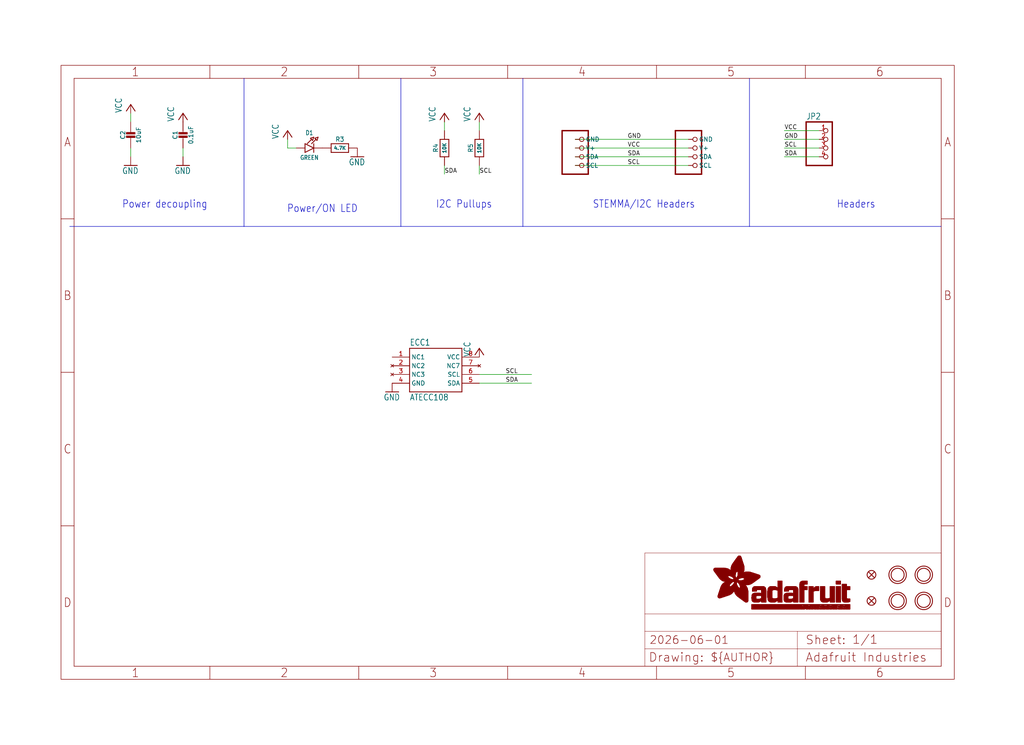
<source format=kicad_sch>
(kicad_sch (version 20230121) (generator eeschema)
  (paper "User" 298.45 217.322)
  (lib_symbols
    (symbol "working-eagle-import:ATECC108"
      (property "Reference" "ECC" (at -7.62 5.842 0))
      (symbol "ATECC108_1_0"
        (pin bidirectional line (at -12.7 2.54 0) (length 5.08) (name "NC1") (number "1"))
        (pin no_connect line (at -12.7 0 0) (length 5.08) (name "NC2") (number "2"))
        (pin no_connect line (at -12.7 -2.54 0) (length 5.08) (name "NC3") (number "3"))
        (pin power_in line (at -12.7 -5.08 0) (length 5.08) (name "GND") (number "4"))
        (pin bidirectional line (at 12.7 -5.08 180) (length 5.08) (name "SDA") (number "5"))
        (pin bidirectional line (at 12.7 -2.54 180) (length 5.08) (name "SCL") (number "6"))
        (pin no_connect line (at 12.7 0 180) (length 5.08) (name "NC7") (number "7"))
        (pin power_in line (at 12.7 2.54 180) (length 5.08) (name "VCC") (number "8"))
      )
    )
    (symbol "working-eagle-import:CAP_CERAMIC0603_NO"
      (property "Reference" "C" (at -2.29 1.25 90))
      (symbol "CAP_CERAMIC0603_NO_1_0"
        (pin passive line (at 0 5.08 270) (length 2.54) (name "1") (number "1"))
        (pin passive line (at 0 -2.54 90) (length 2.54) (name "2") (number "2"))
      )
    )
    (symbol "working-eagle-import:CAP_CERAMIC0805-NOOUTLINE"
      (property "Reference" "C" (at -2.29 1.25 90))
      (symbol "CAP_CERAMIC0805-NOOUTLINE_1_0"
        (pin passive line (at 0 5.08 270) (length 2.54) (name "1") (number "1"))
        (pin passive line (at 0 -2.54 90) (length 2.54) (name "2") (number "2"))
      )
    )
    (symbol "working-eagle-import:FIDUCIAL_1MM")
    (symbol "working-eagle-import:FRAME_A4_ADAFRUIT"
      (symbol "FRAME_A4_ADAFRUIT_1_0"
        (text "${#}/${##}" (at 230.505 10.16 0) (effects (font (size 2.54 2.54)) (justify left bottom)))
        (text "${AUTHOR}" (at 189.23 5.08 0) (effects (font (size 2.286 2.286)) (justify left bottom)))
        (text "${CURRENT_DATE}" (at 171.45 10.16 0) (effects (font (size 2.286 2.286)) (justify left bottom)))
        (text "${PROJECTNAME}" (at 171.45 15.24 0) (effects (font (size 2.54 2.54)) (justify left bottom)))
        (text "1" (at 21.6958 1.905 0) (effects (font (size 2.54 2.286))))
        (text "1" (at 21.6958 177.165 0) (effects (font (size 2.54 2.286))))
        (text "2" (at 65.0875 1.905 0) (effects (font (size 2.54 2.286))))
        (text "2" (at 65.0875 177.165 0) (effects (font (size 2.54 2.286))))
        (text "3" (at 108.4792 1.905 0) (effects (font (size 2.54 2.286))))
        (text "3" (at 108.4792 177.165 0) (effects (font (size 2.54 2.286))))
        (text "4" (at 151.8708 1.905 0) (effects (font (size 2.54 2.286))))
        (text "4" (at 151.8708 177.165 0) (effects (font (size 2.54 2.286))))
        (text "5" (at 195.2625 1.905 0) (effects (font (size 2.54 2.286))))
        (text "5" (at 195.2625 177.165 0) (effects (font (size 2.54 2.286))))
        (text "6" (at 238.6542 1.905 0) (effects (font (size 2.54 2.286))))
        (text "6" (at 238.6542 177.165 0) (effects (font (size 2.54 2.286))))
        (text "A" (at 1.905 156.6863 0) (effects (font (size 2.54 2.286))))
        (text "A" (at 258.445 156.6863 0) (effects (font (size 2.54 2.286))))
        (text "Adafruit Industries" (at 216.916 4.953 0) (effects (font (size 2.54 2.54)) (justify left bottom)))
        (text "B" (at 1.905 111.9188 0) (effects (font (size 2.54 2.286))))
        (text "B" (at 258.445 111.9188 0) (effects (font (size 2.54 2.286))))
        (text "C" (at 1.905 67.1513 0) (effects (font (size 2.54 2.286))))
        (text "C" (at 258.445 67.1513 0) (effects (font (size 2.54 2.286))))
        (text "D" (at 1.905 22.3838 0) (effects (font (size 2.54 2.286))))
        (text "D" (at 258.445 22.3838 0) (effects (font (size 2.54 2.286))))
        (text "Drawing:" (at 171.196 4.953 0) (effects (font (size 2.54 2.54)) (justify left bottom)))
        (text "Sheet:" (at 216.916 10.033 0) (effects (font (size 2.54 2.54)) (justify left bottom)))
      )
    )
    (symbol "working-eagle-import:GND" (power)
      (property "Value" "GND" (at -2.54 -2.54 0))
      (symbol "GND_1_0"
        (pin power_in line (at 0 2.54 270) (length 2.54) (name "GND") (number "1"))
      )
    )
    (symbol "working-eagle-import:HEADER-1X4ROUND"
      (property "Reference" "JP" (at -6.35 8.255 0))
      (symbol "HEADER-1X4ROUND_1_0"
        (pin passive inverted (at -2.54 5.08 0) (length 2.54) (name "1") (number "1"))
        (pin passive inverted (at -2.54 2.54 0) (length 2.54) (name "2") (number "2"))
        (pin passive inverted (at -2.54 0 0) (length 2.54) (name "3") (number "3"))
        (pin passive inverted (at -2.54 -2.54 0) (length 2.54) (name "4") (number "4"))
      )
    )
    (symbol "working-eagle-import:LED0603_NOOUTLINE"
      (property "Reference" "D" (at -1.27 4.445 0))
      (symbol "LED0603_NOOUTLINE_1_0"
        (pin passive line (at -5.08 0 0) (length 2.54) (name "A") (number "A"))
        (pin passive line (at 2.54 0 180) (length 2.54) (name "C") (number "C"))
      )
    )
    (symbol "working-eagle-import:MOUNTINGHOLE2.5")
    (symbol "working-eagle-import:RESISTOR_0603_NOOUT"
      (property "Reference" "R" (at 0 2.54 0))
      (symbol "RESISTOR_0603_NOOUT_1_0"
        (pin passive line (at -5.08 0 0) (length 2.54) (name "1") (number "1"))
        (pin passive line (at 5.08 0 180) (length 2.54) (name "2") (number "2"))
      )
    )
    (symbol "working-eagle-import:STEMMA_I2C_QT"
      (symbol "STEMMA_I2C_QT_1_0"
        (pin passive inverted (at 0 5.08 0) (length 2.54) (name "GND") (number "1"))
        (pin passive inverted (at 0 2.54 0) (length 2.54) (name "V+") (number "2"))
        (pin passive inverted (at 0 0 0) (length 2.54) (name "SDA") (number "3"))
        (pin passive inverted (at 0 -2.54 0) (length 2.54) (name "SCL") (number "4"))
      )
      (symbol "STEMMA_I2C_QT_2_0"
        (pin bidirectional line (at 0 0 0) (length 5.08) (name "MT") (number "MT1"))
      )
      (symbol "STEMMA_I2C_QT_3_0"
        (pin bidirectional line (at 0 0 0) (length 5.08) (name "MT") (number "MT2"))
      )
    )
    (symbol "working-eagle-import:VCC" (power)
      (property "Value" "VCC" (at -2.54 -2.54 90))
      (symbol "VCC_1_0"
        (pin power_in line (at 0 -2.54 90) (length 2.54) (name "VCC") (number "1"))
      )
    )
  )
  (wire (pts (xy 238.76 45.72) (xy 228.6 45.72)) (stroke (width 0.1524)))
  (wire (pts (xy 238.76 43.18) (xy 228.6 43.18)) (stroke (width 0.1524)))
  (wire (pts (xy 83.82 43.18) (xy 83.82 40.64)) (stroke (width 0.1524)))
  (wire (pts (xy 129.54 50.8) (xy 129.54 48.26)) (stroke (width 0.1524)))
  (wire (pts (xy 38.1 35.56) (xy 38.1 33.02)) (stroke (width 0.1524)))
  (wire (pts (xy 38.1 43.18) (xy 38.1 45.72)) (stroke (width 0.1524)))
  (wire (pts (xy 167.64 48.26) (xy 200.66 48.26)) (stroke (width 0.1524)))
  (polyline (pts (xy 218.44 22.86) (xy 218.44 66.04)) (stroke (width 0.1524) (type solid)))
  (polyline (pts (xy 218.44 66.04) (xy 274.32 66.04)) (stroke (width 0.1524) (type solid)))
  (wire (pts (xy 86.36 43.18) (xy 83.82 43.18)) (stroke (width 0.1524)))
  (polyline (pts (xy 20.32 66.04) (xy 71.12 66.04)) (stroke (width 0.1524) (type solid)))
  (wire (pts (xy 139.7 111.76) (xy 154.94 111.76)) (stroke (width 0.1524)))
  (wire (pts (xy 139.7 38.1) (xy 139.7 35.56)) (stroke (width 0.1524)))
  (polyline (pts (xy 71.12 22.86) (xy 71.12 66.04)) (stroke (width 0.1524) (type solid)))
  (wire (pts (xy 139.7 109.22) (xy 154.94 109.22)) (stroke (width 0.1524)))
  (wire (pts (xy 200.66 40.64) (xy 167.64 40.64)) (stroke (width 0.1524)))
  (polyline (pts (xy 152.4 22.86) (xy 152.4 66.04)) (stroke (width 0.1524) (type solid)))
  (wire (pts (xy 167.64 43.18) (xy 200.66 43.18)) (stroke (width 0.1524)))
  (polyline (pts (xy 71.12 66.04) (xy 116.84 66.04)) (stroke (width 0.1524) (type solid)))
  (polyline (pts (xy 116.84 22.86) (xy 116.84 66.04)) (stroke (width 0.1524) (type solid)))
  (wire (pts (xy 129.54 38.1) (xy 129.54 35.56)) (stroke (width 0.1524)))
  (wire (pts (xy 53.34 43.18) (xy 53.34 45.72)) (stroke (width 0.1524)))
  (polyline (pts (xy 116.84 66.04) (xy 152.4 66.04)) (stroke (width 0.1524) (type solid)))
  (wire (pts (xy 238.76 38.1) (xy 228.6 38.1)) (stroke (width 0.1524)))
  (polyline (pts (xy 152.4 66.04) (xy 218.44 66.04)) (stroke (width 0.1524) (type solid)))
  (wire (pts (xy 238.76 40.64) (xy 228.6 40.64)) (stroke (width 0.1524)))
  (wire (pts (xy 139.7 50.8) (xy 139.7 48.26)) (stroke (width 0.1524)))
  (wire (pts (xy 200.66 45.72) (xy 167.64 45.72)) (stroke (width 0.1524)))
  (text "I2C Pullups" (at 127 60.96 0) (effects (font (size 2.1844 1.8567)) (justify left bottom)))
  (text "Power decoupling" (at 35.56 60.96 0) (effects (font (size 2.1844 1.8567)) (justify left bottom)))
  (text "Power/ON LED" (at 93.98 60.96 0) (effects (font (size 2.1844 1.8567))))
  (text "Headers" (at 243.84 60.96 0) (effects (font (size 2.1844 1.8567)) (justify left bottom)))
  (text "STEMMA/I2C Headers" (at 172.72 60.96 0) (effects (font (size 2.1844 1.8567)) (justify left bottom)))
  (label "SDA" (at 129.54 50.8 0) (effects (font (size 1.2446 1.2446))))
  (label "SDA" (at 147.32 111.76 0) (effects (font (size 1.2446 1.2446))))
  (label "GND" (at 228.6 40.64 0) (effects (font (size 1.2446 1.2446))))
  (label "SCL" (at 139.7 50.8 0) (effects (font (size 1.2446 1.2446))))
  (label "VCC" (at 182.88 43.18 0) (effects (font (size 1.2446 1.2446))))
  (label "SCL" (at 182.88 48.26 0) (effects (font (size 1.2446 1.2446))))
  (label "SCL" (at 228.6 43.18 0) (effects (font (size 1.2446 1.2446))))
  (label "VCC" (at 228.6 38.1 0) (effects (font (size 1.2446 1.2446))))
  (label "SDA" (at 228.6 45.72 0) (effects (font (size 1.2446 1.2446))))
  (label "GND" (at 182.88 40.64 0) (effects (font (size 1.2446 1.2446))))
  (label "SDA" (at 182.88 45.72 0) (effects (font (size 1.2446 1.2446))))
  (label "SCL" (at 147.32 109.22 0) (effects (font (size 1.2446 1.2446))))
  (symbol (lib_id "working-eagle-import:VCC") (at 38.1 30.48 0) (unit 1)
    (property "Reference" "#P+4" (effects hide))
    (property "Value" "VCC" (at 35.56 33.02 90) (effects (font (size 1.778 1.5113)) (justify left bottom)))
  )
  (symbol (lib_id "working-eagle-import:CAP_CERAMIC0805-NOOUTLINE") (at 38.1 40.64 0) (unit 1)
    (property "Reference" "C2" (at 35.81 39.39 90))
    (property "Value" "10uF" (at 40.4 39.39 90))
    (property "Footprint" "working:0805-NO" (effects hide))
  )
  (symbol (lib_id "working-eagle-import:VCC") (at 53.34 33.02 0) (unit 1)
    (property "Reference" "#P+3" (effects hide))
    (property "Value" "VCC" (at 50.8 35.56 90) (effects (font (size 1.778 1.5113)) (justify left bottom)))
  )
  (symbol (lib_id "working-eagle-import:VCC") (at 139.7 101.6 0) (unit 1)
    (property "Reference" "#P+6" (effects hide))
    (property "Value" "VCC" (at 137.16 104.14 90) (effects (font (size 1.778 1.5113)) (justify left bottom)))
  )
  (symbol (lib_id "working-eagle-import:RESISTOR_0603_NOOUT") (at 139.7 43.18 90) (unit 1)
    (property "Reference" "R5" (at 137.16 43.18 0))
    (property "Value" "10K" (at 139.7 43.18 0) (effects (font (size 1.016 1.016) bold)))
    (property "Footprint" "working:0603-NO" (effects hide))
  )
  (symbol (lib_id "working-eagle-import:GND") (at 38.1 48.26 0) (unit 1)
    (property "Reference" "#GND4" (effects hide))
    (property "Value" "GND" (at 35.56 50.8 0) (effects (font (size 1.778 1.5113)) (justify left bottom)))
  )
  (symbol (lib_id "working-eagle-import:MOUNTINGHOLE2.5") (at 269.24 175.26 0) (unit 1)
    (property "Reference" "U$15" (effects hide))
    (property "Value" "MOUNTINGHOLE2.5" (effects hide))
    (property "Footprint" "working:MOUNTINGHOLE_2.5_PLATED" (effects hide))
  )
  (symbol (lib_id "working-eagle-import:HEADER-1X4ROUND") (at 241.3 43.18 0) (unit 1)
    (property "Reference" "JP2" (at 234.95 34.925 0) (effects (font (size 1.778 1.5113)) (justify left bottom)))
    (property "Value" "HEADER-1X4ROUND" (effects hide))
    (property "Footprint" "working:1X04_ROUND" (effects hide))
  )
  (symbol (lib_id "working-eagle-import:FRAME_A4_ADAFRUIT") (at 17.78 198.12 0) (unit 1)
    (property "Reference" "#U$13" (effects hide))
    (property "Value" "FRAME_A4_ADAFRUIT" (effects hide))
  )
  (symbol (lib_id "working-eagle-import:RESISTOR_0603_NOOUT") (at 99.06 43.18 0) (unit 1)
    (property "Reference" "R3" (at 99.06 40.64 0))
    (property "Value" "4.7K" (at 99.06 43.18 0) (effects (font (size 1.016 1.016) bold)))
    (property "Footprint" "working:0603-NO" (effects hide))
  )
  (symbol (lib_id "working-eagle-import:MOUNTINGHOLE2.5") (at 261.62 175.26 0) (unit 1)
    (property "Reference" "U$11" (effects hide))
    (property "Value" "MOUNTINGHOLE2.5" (effects hide))
    (property "Footprint" "working:MOUNTINGHOLE_2.5_PLATED" (effects hide))
  )
  (symbol (lib_id "working-eagle-import:FIDUCIAL_1MM") (at 254 167.64 0) (unit 1)
    (property "Reference" "FID4" (effects hide))
    (property "Value" "FIDUCIAL_1MM" (effects hide))
    (property "Footprint" "working:FIDUCIAL_1MM" (effects hide))
  )
  (symbol (lib_id "working-eagle-import:VCC") (at 129.54 33.02 0) (unit 1)
    (property "Reference" "#P+2" (effects hide))
    (property "Value" "VCC" (at 127 35.56 90) (effects (font (size 1.778 1.5113)) (justify left bottom)))
  )
  (symbol (lib_id "working-eagle-import:STEMMA_I2C_QT") (at 200.66 45.72 0) (unit 1)
    (property "Reference" "CONN4" (effects hide))
    (property "Value" "STEMMA_I2C_QT" (effects hide))
    (property "Footprint" "working:JST_SH4" (effects hide))
  )
  (symbol (lib_id "working-eagle-import:VCC") (at 83.82 38.1 0) (unit 1)
    (property "Reference" "#P+5" (effects hide))
    (property "Value" "VCC" (at 81.28 40.64 90) (effects (font (size 1.778 1.5113)) (justify left bottom)))
  )
  (symbol (lib_id "working-eagle-import:GND") (at 114.3 114.3 0) (unit 1)
    (property "Reference" "#GND6" (effects hide))
    (property "Value" "GND" (at 111.76 116.84 0) (effects (font (size 1.778 1.5113)) (justify left bottom)))
  )
  (symbol (lib_id "working-eagle-import:VCC") (at 139.7 33.02 0) (unit 1)
    (property "Reference" "#P+1" (effects hide))
    (property "Value" "VCC" (at 137.16 35.56 90) (effects (font (size 1.778 1.5113)) (justify left bottom)))
  )
  (symbol (lib_id "working-eagle-import:MOUNTINGHOLE2.5") (at 261.62 167.64 0) (unit 1)
    (property "Reference" "U$12" (effects hide))
    (property "Value" "MOUNTINGHOLE2.5" (effects hide))
    (property "Footprint" "working:MOUNTINGHOLE_2.5_PLATED" (effects hide))
  )
  (symbol (lib_id "working-eagle-import:MOUNTINGHOLE2.5") (at 269.24 167.64 0) (unit 1)
    (property "Reference" "U$14" (effects hide))
    (property "Value" "MOUNTINGHOLE2.5" (effects hide))
    (property "Footprint" "working:MOUNTINGHOLE_2.5_PLATED" (effects hide))
  )
  (symbol (lib_id "working-eagle-import:GND") (at 53.34 48.26 0) (unit 1)
    (property "Reference" "#GND3" (effects hide))
    (property "Value" "GND" (at 50.8 50.8 0) (effects (font (size 1.778 1.5113)) (justify left bottom)))
  )
  (symbol (lib_id "working-eagle-import:RESISTOR_0603_NOOUT") (at 129.54 43.18 90) (unit 1)
    (property "Reference" "R4" (at 127 43.18 0))
    (property "Value" "10K" (at 129.54 43.18 0) (effects (font (size 1.016 1.016) bold)))
    (property "Footprint" "working:0603-NO" (effects hide))
  )
  (symbol (lib_id "working-eagle-import:LED0603_NOOUTLINE") (at 91.44 43.18 0) (unit 1)
    (property "Reference" "D1" (at 90.17 38.735 0) (effects (font (size 1.27 1.0795))))
    (property "Value" "GREEN" (at 90.17 45.974 0) (effects (font (size 1.27 1.0795))))
    (property "Footprint" "working:CHIPLED_0603_NOOUTLINE" (effects hide))
  )
  (symbol (lib_id "working-eagle-import:GND") (at 104.14 45.72 0) (unit 1)
    (property "Reference" "#GND9" (effects hide))
    (property "Value" "GND" (at 101.6 48.26 0) (effects (font (size 1.778 1.5113)) (justify left bottom)))
  )
  (symbol (lib_id "working-eagle-import:CAP_CERAMIC0603_NO") (at 53.34 40.64 0) (unit 1)
    (property "Reference" "C1" (at 51.05 39.39 90))
    (property "Value" "0.1uF" (at 55.64 39.39 90))
    (property "Footprint" "working:0603-NO" (effects hide))
  )
  (symbol (lib_id "working-eagle-import:STEMMA_I2C_QT") (at 167.64 45.72 0) (unit 1)
    (property "Reference" "CONN3" (effects hide))
    (property "Value" "STEMMA_I2C_QT" (effects hide))
    (property "Footprint" "working:JST_SH4" (effects hide))
  )
  (symbol (lib_id "working-eagle-import:ATECC108") (at 127 106.68 0) (unit 1)
    (property "Reference" "ECC1" (at 119.38 100.838 0) (effects (font (size 1.778 1.5113)) (justify left bottom)))
    (property "Value" "ATECC108" (at 119.38 116.84 0) (effects (font (size 1.778 1.5113)) (justify left bottom)))
    (property "Footprint" "working:SOIC8" (effects hide))
  )
  (symbol (lib_id "working-eagle-import:FIDUCIAL_1MM") (at 254 175.26 0) (unit 1)
    (property "Reference" "FID3" (effects hide))
    (property "Value" "FIDUCIAL_1MM" (effects hide))
    (property "Footprint" "working:FIDUCIAL_1MM" (effects hide))
  )
)
</source>
